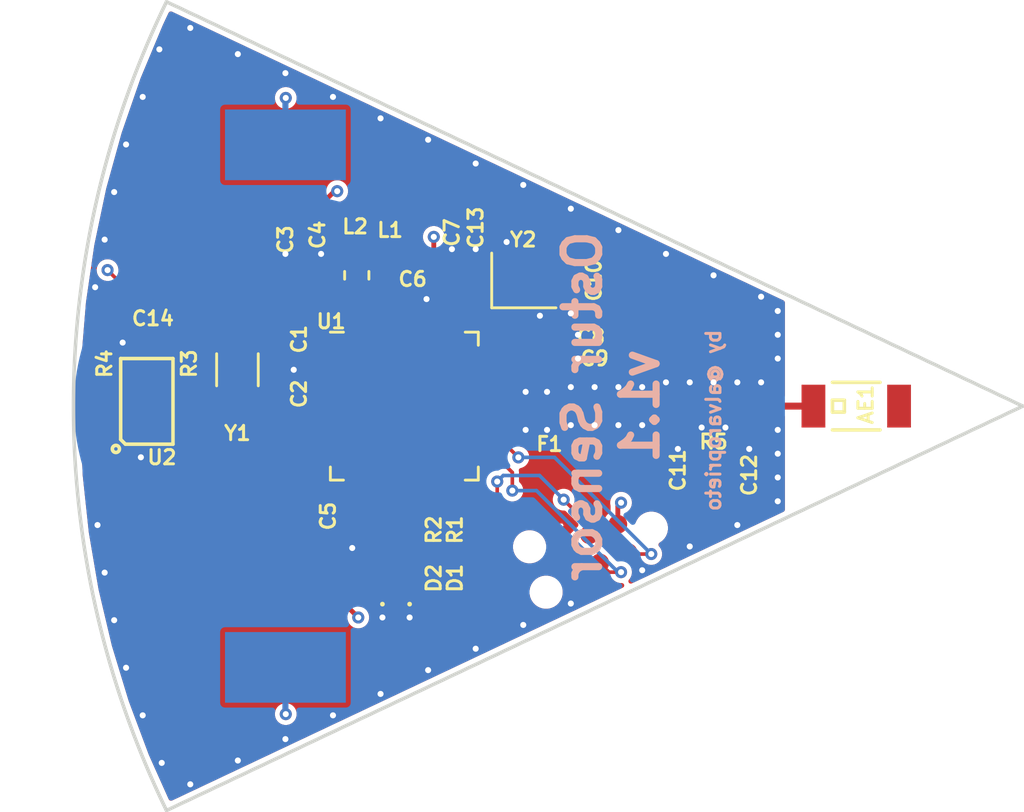
<source format=kicad_pcb>
(kicad_pcb (version 20171130) (host pcbnew 5.1.4-e60b266~84~ubuntu18.04.1)
  (title_block (title "Ostur Sensor") (date 2019-10-10) (rev 1.1) (company @alvaroprieto))
  (layers (0 F.Cu signal) (1 GND power) (2 PWR power) (31 B.Cu signal) (34 B.Paste user) (35 F.Paste user) (36 B.SilkS user) (37 F.SilkS user) (38 B.Mask user) (39 F.Mask user) (44 Edge.Cuts user))
  (net 0 "")
  (net 1 GND)
  (net 2 /nRST)
  (net 3 /SWDIO)
  (net 4 /SWCLK)
  (net 5 "Net-(F1-Pad1)")
  (net 6 "Net-(L1-Pad2)")
  (net 7 "Net-(L2-Pad2)")
  (net 8 "Net-(AE1-Pad1)")
  (net 9 +BATT)
  (net 10 "Net-(C1-Pad1)")
  (net 11 "Net-(C2-Pad1)")
  (net 12 "Net-(C3-Pad1)")
  (net 13 "Net-(C6-Pad1)")
  (net 14 "Net-(C8-Pad2)")
  (net 15 "Net-(C9-Pad2)")
  (net 16 "Net-(C10-Pad2)")
  (net 17 "Net-(C11-Pad2)")
  (net 18 "Net-(C13-Pad1)")
  (net 19 "Net-(D1-Pad2)")
  (net 20 "Net-(D2-Pad2)")
  (net 21 "Net-(J1-Pad6)")
  (net 22 /LED2)
  (net 23 /LED1)
  (net 24 /SCL)
  (net 25 /SDA)
  (net 26 "Net-(U1-Pad4)")
  (net 27 "Net-(U1-Pad5)")
  (net 28 "Net-(U1-Pad6)")
  (net 29 "Net-(U1-Pad7)")
  (net 30 "Net-(U1-Pad11)")
  (net 31 "Net-(U1-Pad12)")
  (net 32 "Net-(U1-Pad14)")
  (net 33 "Net-(U1-Pad17)")
  (net 34 "Net-(U1-Pad18)")
  (net 35 "Net-(U1-Pad19)")
  (net 36 "Net-(U1-Pad20)")
  (net 37 "Net-(U1-Pad21)")
  (net 38 "Net-(U1-Pad22)")
  (net 39 "Net-(U1-Pad23)")
  (net 40 "Net-(U1-Pad27)")
  (net 41 "Net-(U1-Pad28)")
  (net 42 "Net-(U1-Pad29)")
  (net 43 "Net-(U1-Pad37)")
  (net 44 "Net-(U1-Pad38)")
  (net 45 "Net-(U1-Pad39)")
  (net 46 "Net-(U1-Pad40)")
  (net 47 "Net-(U1-Pad41)")
  (net 48 "Net-(U1-Pad42)")
  (net 49 "Net-(U1-Pad43)")
  (net 50 "Net-(U1-Pad44)")
  (net 51 "Net-(U2-Pad3)")
  (net 52 "Net-(U1-Pad8)")
  (net 53 "Net-(U2-Pad6)")
  (module alvarop:SHT3x (layer F.Cu) (at 114.173 94.8 90)
    (fp_text reference U2 (at -2.355 0.635 180) (layer F.SilkS) (effects (font (size 0.6 0.6) (thickness 0.125))))
    (fp_text value SHT3x-DIS)
    (fp_line (start -1.6 -1.1) (end -1.8 -0.9) (layer F.SilkS) (width 0.15))
    (fp_circle (center -2 -1.3) (end -2 -1.45) (layer F.SilkS) (width 0.15))
    (fp_line (start -1.8 -0.9) (end -1.8 1.1) (layer F.SilkS) (width 0.15))
    (fp_line (start -1.8 1.1) (end 1.8 1.1) (layer F.SilkS) (width 0.15))
    (fp_line (start 1.8 1.1) (end 1.8 -1.1) (layer F.SilkS) (width 0.15))
    (fp_line (start 1.8 -1.1) (end -1.6 -1.1) (layer F.SilkS) (width 0.15))
    (pad 1 smd rect (at -1.175 -0.75 90) (size 0.55 0.25) (layers F.Cu F.Mask) (net 25 /SDA))
    (pad 2 smd rect (at -1.175 -0.25 90) (size 0.55 0.25) (layers F.Cu F.Mask) (net 1 GND))
    (pad 3 smd rect (at -1.175 0.25 90) (size 0.55 0.25) (layers F.Cu F.Mask) (net 51 "Net-(U2-Pad3)"))
    (pad 4 smd rect (at -1.175 0.75 90) (size 0.55 0.25) (layers F.Cu F.Mask) (net 24 /SCL))
    (pad 5 smd rect (at 1.175 0.75 90) (size 0.55 0.25) (layers F.Cu F.Mask) (net 9 +BATT))
    (pad 6 smd rect (at 1.175 0.25 90) (size 0.55 0.25) (layers F.Cu F.Mask) (net 53 "Net-(U2-Pad6)"))
    (pad 7 smd rect (at 1.175 -0.25 90) (size 0.55 0.25) (layers F.Cu F.Mask) (net 1 GND))
    (pad 8 smd rect (at 1.175 -0.75 90) (size 0.55 0.25) (layers F.Cu F.Mask) (net 1 GND))
    (pad "" smd rect (at 0 0 90) (size 1 1.7) (layers F.Cu F.Mask))
  )
  (module Crystal:Crystal_SMD_3215-2Pin_3.2x1.5mm (layer F.Cu) (at 117.983 93.472 90)
    (fp_text reference Y1 (at -2.667 0 180) (layer F.SilkS) (effects (font (size 0.6 0.6) (thickness 0.125))))
    (fp_text value 32.768kHz)
    (fp_line (start -0.675 0.875) (end 0.675 0.875) (layer F.SilkS) (width 0.12))
    (fp_line (start -0.675 -0.875) (end 0.675 -0.875) (layer F.SilkS) (width 0.12))
    (pad 1 smd rect (at 1.25 0 90) (size 1 1.8) (layers F.Cu F.Paste F.Mask) (net 10 "Net-(C1-Pad1)"))
    (pad 2 smd rect (at -1.25 0 90) (size 1 1.8) (layers F.Cu F.Paste F.Mask) (net 11 "Net-(C2-Pad1)"))
  )
  (module Capacitor_SMD:C_0402_1005Metric (layer F.Cu) (at 119.608975 94.434016 90)
    (fp_text reference C2 (at -0.052 0.966 90) (layer F.SilkS) (effects (font (size 0.6 0.6) (thickness 0.125))))
    (fp_text value 12pF)
    (pad 2 smd roundrect (at 0.485 0 90) (size 0.59 0.64) (layers F.Cu F.Paste F.Mask) (net 1 GND))
    (pad 1 smd roundrect (at -0.485 0 90) (size 0.59 0.64) (layers F.Cu F.Paste F.Mask) (net 11 "Net-(C2-Pad1)"))
  )
  (module Capacitor_SMD:C_0402_1005Metric (layer F.Cu) (at 119.608975 92.506017 270)
    (fp_text reference C1 (at -0.32 -0.966 90) (layer F.SilkS) (effects (font (size 0.6 0.6) (thickness 0.125))))
    (fp_text value 12pF)
    (pad 2 smd roundrect (at 0.485 0 270) (size 0.59 0.64) (layers F.Cu F.Paste F.Mask) (net 1 GND))
    (pad 1 smd roundrect (at -0.485 0 270) (size 0.59 0.64) (layers F.Cu F.Paste F.Mask) (net 10 "Net-(C1-Pad1)"))
  )
  (module alvarop:BK-912 (layer B.Cu) (at 120 95 90)
    (fp_text reference BT1 hide)
    (fp_text value Battery_Cell hide)
    (pad 2 smd circle (at 0 0 90) (size 17.78 17.78) (layers B.Cu B.Mask) (net 1 GND))
    (pad 1 smd rect (at 10.985 0 90) (size 2.97 5.08) (layers B.Cu B.Paste B.Mask) (net 9 +BATT))
    (pad 1 smd rect (at -10.985 0 90) (size 2.97 5.08) (layers B.Cu B.Paste B.Mask) (net 9 +BATT))
  )
  (module Capacitor_SMD:C_0402_1005Metric (layer F.Cu) (at 131 92 180)
    (fp_text reference C8 (at -1.846341 -0.089313) (layer F.SilkS) (effects (font (size 0.6 0.6) (thickness 0.125))))
    (fp_text value 100pF)
    (pad 2 smd roundrect (at 0.485 0 180) (size 0.59 0.64) (layers F.Cu F.Paste F.Mask) (net 14 "Net-(C8-Pad2)"))
    (pad 1 smd roundrect (at -0.485 0 180) (size 0.59 0.64) (layers F.Cu F.Paste F.Mask) (net 1 GND))
  )
  (module Capacitor_SMD:C_0402_1005Metric (layer F.Cu) (at 131 93 180)
    (fp_text reference C9 (at -2 0) (layer F.SilkS) (effects (font (size 0.6 0.6) (thickness 0.125))))
    (fp_text value DNP)
    (pad 1 smd roundrect (at -0.485 0 180) (size 0.59 0.64) (layers F.Cu F.Paste F.Mask) (net 1 GND))
    (pad 2 smd roundrect (at 0.485 0 180) (size 0.59 0.64) (layers F.Cu F.Paste F.Mask) (net 15 "Net-(C9-Pad2)"))
  )
  (module Capacitor_SMD:C_0402_1005Metric (layer F.Cu) (at 124.8 90.5)
    (fp_text reference C6 (at 0.549 -0.838 180) (layer F.SilkS) (effects (font (size 0.6 0.6) (thickness 0.125))))
    (fp_text value 1uF)
    (pad 1 smd roundrect (at -0.485 0) (size 0.59 0.64) (layers F.Cu F.Paste F.Mask) (net 13 "Net-(C6-Pad1)"))
    (pad 2 smd roundrect (at 0.485 0) (size 0.59 0.64) (layers F.Cu F.Paste F.Mask) (net 1 GND))
  )
  (module Inductor_SMD:L_0603_1608Metric (layer F.Cu) (at 123 89.5 270)
    (fp_text reference L2 (at -2.05061 0.070711) (layer F.SilkS) (effects (font (size 0.6 0.6) (thickness 0.125))))
    (fp_text value 10uH)
    (fp_line (start -0.162779 -0.51) (end 0.162779 -0.51) (layer F.SilkS) (width 0.12))
    (fp_line (start -0.162779 0.51) (end 0.162779 0.51) (layer F.SilkS) (width 0.12))
    (pad 1 smd roundrect (at -0.7875 0 270) (size 0.875 0.95) (layers F.Cu F.Paste F.Mask) (net 6 "Net-(L1-Pad2)"))
    (pad 2 smd roundrect (at 0.7875 0 270) (size 0.875 0.95) (layers F.Cu F.Paste F.Mask) (net 7 "Net-(L2-Pad2)"))
  )
  (module Capacitor_SMD:C_0402_1005Metric (layer F.Cu) (at 121.450955 90 90)
    (fp_text reference C4 (at 2.2 -0.1 90) (layer F.SilkS) (effects (font (size 0.6 0.6) (thickness 0.125))))
    (fp_text value 4.7uF)
    (pad 1 smd roundrect (at -0.485 0 90) (size 0.59 0.64) (layers F.Cu F.Paste F.Mask) (net 9 +BATT))
    (pad 2 smd roundrect (at 0.485 0 90) (size 0.59 0.64) (layers F.Cu F.Paste F.Mask) (net 1 GND))
  )
  (module Inductor_SMD:L_0402_1005Metric (layer F.Cu) (at 124.3 89 90)
    (fp_text reference L1 (at 1.4 0.1) (layer F.SilkS) (effects (font (size 0.6 0.6) (thickness 0.125))))
    (fp_text value 15nH)
    (pad 1 smd roundrect (at -0.485 0 90) (size 0.59 0.64) (layers F.Cu F.Paste F.Mask) (net 13 "Net-(C6-Pad1)"))
    (pad 2 smd roundrect (at 0.485 0 90) (size 0.59 0.64) (layers F.Cu F.Paste F.Mask) (net 6 "Net-(L1-Pad2)"))
  )
  (module Capacitor_SMD:C_0402_1005Metric (layer F.Cu) (at 127.991069 89.715836 90)
    (fp_text reference C13 (at 2.215836 0.008931 90) (layer F.SilkS) (effects (font (size 0.6 0.6) (thickness 0.125))))
    (fp_text value 12pF)
    (pad 2 smd roundrect (at 0.485 0 90) (size 0.59 0.64) (layers F.Cu F.Paste F.Mask) (net 1 GND))
    (pad 1 smd roundrect (at -0.485 0 90) (size 0.59 0.64) (layers F.Cu F.Paste F.Mask) (net 18 "Net-(C13-Pad1)"))
  )
  (module Crystal:Crystal_SMD_2016-4Pin_2.0x1.6mm (layer F.Cu) (at 130.023069 89.715836)
    (fp_text reference Y2 (at -0.023069 -1.715836) (layer F.SilkS) (effects (font (size 0.6 0.6) (thickness 0.125))))
    (fp_text value 32MHz)
    (fp_line (start -1.35 -1.15) (end -1.35 1.15) (layer F.SilkS) (width 0.12))
    (fp_line (start -1.35 1.15) (end 1.35 1.15) (layer F.SilkS) (width 0.12))
    (pad 1 smd rect (at -0.7 0.55) (size 0.9 0.8) (layers F.Cu F.Paste F.Mask) (net 18 "Net-(C13-Pad1)"))
    (pad 2 smd rect (at 0.7 0.55) (size 0.9 0.8) (layers F.Cu F.Paste F.Mask) (net 1 GND))
    (pad 3 smd rect (at 0.7 -0.55) (size 0.9 0.8) (layers F.Cu F.Paste F.Mask) (net 16 "Net-(C10-Pad2)"))
    (pad 4 smd rect (at -0.7 -0.55) (size 0.9 0.8) (layers F.Cu F.Paste F.Mask) (net 1 GND))
  )
  (module Capacitor_SMD:C_0402_1005Metric (layer F.Cu) (at 132.01626 89.715836 90)
    (fp_text reference C10 (at 0.000675 0.95274 90) (layer F.SilkS) (effects (font (size 0.6 0.6) (thickness 0.125))))
    (fp_text value 12pF)
    (pad 1 smd roundrect (at -0.485 0 90) (size 0.59 0.64) (layers F.Cu F.Paste F.Mask) (net 1 GND))
    (pad 2 smd roundrect (at 0.485 0 90) (size 0.59 0.64) (layers F.Cu F.Paste F.Mask) (net 16 "Net-(C10-Pad2)"))
  )
  (module Capacitor_SMD:C_0402_1005Metric (layer F.Cu) (at 122.809 99.695 270)
    (fp_text reference C5 (at -0.070711 1.016 90) (layer F.SilkS) (effects (font (size 0.6 0.6) (thickness 0.125))))
    (fp_text value 0.1uF)
    (pad 2 smd roundrect (at 0.485 0 270) (size 0.59 0.64) (layers F.Cu F.Paste F.Mask) (net 1 GND))
    (pad 1 smd roundrect (at -0.485 0 270) (size 0.59 0.64) (layers F.Cu F.Paste F.Mask) (net 9 +BATT))
  )
  (module alvarop:2450FM07A0029T (layer F.Cu) (at 130.1 95.2)
    (fp_text reference F1 (at 1 1.4) (layer F.SilkS) (effects (font (size 0.6 0.6) (thickness 0.125))))
    (fp_text value 2450FM07A0029T)
    (pad 3 smd rect (at 0.6125 0) (size 0.6 0.6) (layers F.Cu F.Paste F.Mask) (net 17 "Net-(C11-Pad2)"))
    (pad 1 smd rect (at -0.6125 0) (size 0.6 0.6) (layers F.Cu F.Paste F.Mask) (net 5 "Net-(F1-Pad1)"))
    (pad 2 smd rect (at 0 0.3625) (size 0.3 0.725) (layers F.Cu F.Paste F.Mask) (net 1 GND))
    (pad 4 smd rect (at 0 -0.3625) (size 0.3 0.725) (layers F.Cu F.Paste F.Mask) (net 1 GND))
  )
  (module Capacitor_SMD:C_0402_1005Metric (layer F.Cu) (at 126.96249 89.715162 90)
    (fp_text reference C7 (at 2.015162 0.03751 90) (layer F.SilkS) (effects (font (size 0.6 0.6) (thickness 0.125))))
    (fp_text value 0.1uF)
    (pad 2 smd roundrect (at 0.485 0 90) (size 0.59 0.64) (layers F.Cu F.Paste F.Mask) (net 1 GND))
    (pad 1 smd roundrect (at -0.485 0 90) (size 0.59 0.64) (layers F.Cu F.Paste F.Mask) (net 9 +BATT))
  )
  (module Capacitor_SMD:C_0402_1005Metric (layer F.Cu) (at 120 90 90)
    (fp_text reference C3 (at 2 0 90) (layer F.SilkS) (effects (font (size 0.6 0.6) (thickness 0.125))))
    (fp_text value 0.1uF)
    (pad 2 smd roundrect (at 0.485 0 90) (size 0.59 0.64) (layers F.Cu F.Paste F.Mask) (net 1 GND))
    (pad 1 smd roundrect (at -0.485 0 90) (size 0.59 0.64) (layers F.Cu F.Paste F.Mask) (net 12 "Net-(C3-Pad1)"))
  )
  (module alvarop:TC2030-NL (layer F.Cu) (at 133 101 200)
    (fp_text reference J1 hide)
    (fp_text value TC2030-CTX hide)
    (pad 1 smd circle (at -1.27 0.635 200) (size 0.7874 0.7874) (layers F.Cu F.Mask) (net 9 +BATT))
    (pad 2 smd circle (at -1.27 -0.635 200) (size 0.7874 0.7874) (layers F.Cu F.Mask) (net 3 /SWDIO))
    (pad 3 smd circle (at 0 0.635 200) (size 0.7874 0.7874) (layers F.Cu F.Mask) (net 2 /nRST))
    (pad 4 smd circle (at 0 -0.635 200) (size 0.7874 0.7874) (layers F.Cu F.Mask) (net 4 /SWCLK))
    (pad 5 smd circle (at 1.27 0.635 200) (size 0.7874 0.7874) (layers F.Cu F.Mask) (net 1 GND))
    (pad 6 smd circle (at 1.27 -0.635 200) (size 0.7874 0.7874) (layers F.Cu F.Mask) (net 21 "Net-(J1-Pad6)"))
    (pad "" np_thru_hole circle (at 2.54 1.016 200) (size 0.9906 0.9906) (drill 0.9906) (layers *.Cu *.Mask))
    (pad "" np_thru_hole circle (at 2.54 -1.016 200) (size 0.9906 0.9906) (drill 0.9906) (layers *.Cu *.Mask))
    (pad "" np_thru_hole circle (at -2.54 0 200) (size 0.9906 0.9906) (drill 0.9906) (layers *.Cu *.Mask))
  )
  (module alvarop:AMCA31-2R450G-S1F-T3 (layer F.Cu) (at 144 95 90)
    (fp_text reference AE1 (at 0.0675 0.399 90) (layer F.SilkS) (effects (font (size 0.6 0.6) (thickness 0.125))))
    (fp_text value Antenna)
    (fp_line (start 1 -1) (end 1 1) (layer F.SilkS) (width 0.15))
    (fp_line (start -1 -1) (end -1 1) (layer F.SilkS) (width 0.15))
    (fp_line (start 0.25 -1) (end -0.25 -1) (layer F.SilkS) (width 0.15))
    (fp_line (start 0.25 -0.5) (end 0.25 -1) (layer F.SilkS) (width 0.15))
    (fp_line (start -0.25 -0.5) (end 0.25 -0.5) (layer F.SilkS) (width 0.15))
    (fp_line (start -0.25 -1) (end -0.25 -0.5) (layer F.SilkS) (width 0.15))
    (pad 1 smd rect (at 0 -1.8 90) (size 1.8 1) (layers F.Cu F.Paste F.Mask) (net 8 "Net-(AE1-Pad1)"))
    (pad "" smd rect (at 0 1.8 90) (size 1.8 1) (layers F.Cu F.Paste F.Mask))
  )
  (module Capacitor_SMD:C_0402_1005Metric (layer F.Cu) (at 136.5 95.485 90)
    (fp_text reference C11 (at -2.215 0 90) (layer F.SilkS) (effects (font (size 0.6 0.6) (thickness 0.125))))
    (fp_text value DNP)
    (pad 1 smd roundrect (at -0.485 0 90) (size 0.59 0.64) (layers F.Cu F.Paste F.Mask) (net 1 GND))
    (pad 2 smd roundrect (at 0.485 0 90) (size 0.59 0.64) (layers F.Cu F.Paste F.Mask) (net 17 "Net-(C11-Pad2)"))
  )
  (module Capacitor_SMD:C_0402_1005Metric (layer F.Cu) (at 139.5 95.485 90)
    (fp_text reference C12 (at -2.415 0 90) (layer F.SilkS) (effects (font (size 0.6 0.6) (thickness 0.125))))
    (fp_text value DNP)
    (pad 2 smd roundrect (at 0.485 0 90) (size 0.59 0.64) (layers F.Cu F.Paste F.Mask) (net 8 "Net-(AE1-Pad1)"))
    (pad 1 smd roundrect (at -0.485 0 90) (size 0.59 0.64) (layers F.Cu F.Paste F.Mask) (net 1 GND))
  )
  (module LED_SMD:LED_0402_1005Metric (layer F.Cu) (at 125.222 102.235 90)
    (fp_text reference D1 (at 0 1.905 90) (layer F.SilkS) (effects (font (size 0.6 0.6) (thickness 0.125))))
    (fp_text value LED_ALT)
    (fp_circle (center -1.09 0) (end -1.04 0) (layer F.SilkS) (width 0.1))
    (pad 2 smd roundrect (at 0.485 0 90) (size 0.59 0.64) (layers F.Cu F.Paste F.Mask) (net 19 "Net-(D1-Pad2)"))
    (pad 1 smd roundrect (at -0.485 0 90) (size 0.59 0.64) (layers F.Cu F.Paste F.Mask) (net 1 GND))
  )
  (module LED_SMD:LED_0402_1005Metric (layer F.Cu) (at 124.079 102.235 90)
    (fp_text reference D2 (at 0 2.159 90) (layer F.SilkS) (effects (font (size 0.6 0.6) (thickness 0.125))))
    (fp_text value LED_ALT)
    (fp_circle (center -1.09 0) (end -1.04 0) (layer F.SilkS) (width 0.1))
    (pad 1 smd roundrect (at -0.485 0 90) (size 0.59 0.64) (layers F.Cu F.Paste F.Mask) (net 1 GND))
    (pad 2 smd roundrect (at 0.485 0 90) (size 0.59 0.64) (layers F.Cu F.Paste F.Mask) (net 20 "Net-(D2-Pad2)"))
  )
  (module Resistor_SMD:R_0402_1005Metric (layer F.Cu) (at 125.222 100.203 90)
    (fp_text reference R1 (at 0 1.905 90) (layer F.SilkS) (effects (font (size 0.6 0.6) (thickness 0.125))))
    (fp_text value 10k)
    (pad 2 smd roundrect (at 0.485 0 90) (size 0.59 0.64) (layers F.Cu F.Paste F.Mask) (net 22 /LED2))
    (pad 1 smd roundrect (at -0.485 0 90) (size 0.59 0.64) (layers F.Cu F.Paste F.Mask) (net 19 "Net-(D1-Pad2)"))
  )
  (module Resistor_SMD:R_0402_1005Metric (layer F.Cu) (at 124.079 100.203 90)
    (fp_text reference R2 (at 0 2.159 90) (layer F.SilkS) (effects (font (size 0.6 0.6) (thickness 0.125))))
    (fp_text value 10k)
    (pad 1 smd roundrect (at -0.485 0 90) (size 0.59 0.64) (layers F.Cu F.Paste F.Mask) (net 20 "Net-(D2-Pad2)"))
    (pad 2 smd roundrect (at 0.485 0 90) (size 0.59 0.64) (layers F.Cu F.Paste F.Mask) (net 23 /LED1))
  )
  (module Resistor_SMD:R_0402_1005Metric (layer F.Cu) (at 138 95 180)
    (fp_text reference R5 (at 0 -1.5) (layer F.SilkS) (effects (font (size 0.6 0.6) (thickness 0.125))))
    (fp_text value 0)
    (pad 1 smd roundrect (at -0.485 0 180) (size 0.59 0.64) (layers F.Cu F.Paste F.Mask) (net 8 "Net-(AE1-Pad1)"))
    (pad 2 smd roundrect (at 0.485 0 180) (size 0.59 0.64) (layers F.Cu F.Paste F.Mask) (net 17 "Net-(C11-Pad2)"))
  )
  (module Capacitor_SMD:C_0402_1005Metric (layer F.Cu) (at 114.427 92.329 180)
    (fp_text reference C14 (at 0 1.016) (layer F.SilkS) (effects (font (size 0.6 0.6) (thickness 0.125))))
    (fp_text value 0.1uF)
    (pad 1 smd roundrect (at -0.485 0 180) (size 0.59 0.64) (layers F.Cu F.Paste F.Mask) (net 9 +BATT))
    (pad 2 smd roundrect (at 0.485 0 180) (size 0.59 0.64) (layers F.Cu F.Paste F.Mask) (net 1 GND))
  )
  (module Resistor_SMD:R_0402_1005Metric (layer F.Cu) (at 115.951 94.742 90)
    (fp_text reference R3 (at 1.524 0 90) (layer F.SilkS) (effects (font (size 0.6 0.6) (thickness 0.125))))
    (fp_text value 10k)
    (pad 1 smd roundrect (at -0.485 0 90) (size 0.59 0.64) (layers F.Cu F.Paste F.Mask) (net 24 /SCL))
    (pad 2 smd roundrect (at 0.485 0 90) (size 0.59 0.64) (layers F.Cu F.Paste F.Mask) (net 9 +BATT))
  )
  (module Resistor_SMD:R_0402_1005Metric (layer F.Cu) (at 112.395 94.742 90)
    (fp_text reference R4 (at 1.524 0 90) (layer F.SilkS) (effects (font (size 0.6 0.6) (thickness 0.125))))
    (fp_text value 10k)
    (pad 2 smd roundrect (at 0.485 0 90) (size 0.59 0.64) (layers F.Cu F.Paste F.Mask) (net 9 +BATT))
    (pad 1 smd roundrect (at -0.485 0 90) (size 0.59 0.64) (layers F.Cu F.Paste F.Mask) (net 25 /SDA))
  )
  (module alvarop:NRF52811-QFN48 (layer F.Cu) (at 125 95)
    (fp_text reference U1 (at -3.08 -3.56) (layer F.SilkS) (effects (font (size 0.6 0.6) (thickness 0.125))))
    (fp_text value NRF52811-QFAA)
    (fp_line (start 2.56 -3.11) (end 3.11 -3.11) (layer F.SilkS) (width 0.12))
    (fp_line (start 3.11 -3.11) (end 3.11 -2.56) (layer F.SilkS) (width 0.12))
    (fp_line (start -2.56 3.11) (end -3.11 3.11) (layer F.SilkS) (width 0.12))
    (fp_line (start -3.11 3.11) (end -3.11 2.56) (layer F.SilkS) (width 0.12))
    (fp_line (start 2.56 3.11) (end 3.11 3.11) (layer F.SilkS) (width 0.12))
    (fp_line (start 3.11 3.11) (end 3.11 2.56) (layer F.SilkS) (width 0.12))
    (fp_line (start -2.56 -3.11) (end -3.11 -3.11) (layer F.SilkS) (width 0.12))
    (pad 49 smd roundrect (at 0 0) (size 4.6 4.6) (layers F.Cu F.Mask) (roundrect_rratio 0.054348) (net 1 GND))
    (pad 1 smd roundrect (at -2.95 -2.2) (size 0.8 0.19) (layers F.Cu F.Paste F.Mask) (net 12 "Net-(C3-Pad1)"))
    (pad 2 smd roundrect (at -2.95 -1.8) (size 0.8 0.19) (layers F.Cu F.Paste F.Mask) (net 10 "Net-(C1-Pad1)"))
    (pad 3 smd roundrect (at -2.95 -1.4) (size 0.8 0.19) (layers F.Cu F.Paste F.Mask) (net 11 "Net-(C2-Pad1)"))
    (pad 4 smd roundrect (at -2.95 -1) (size 0.8 0.19) (layers F.Cu F.Paste F.Mask) (net 26 "Net-(U1-Pad4)"))
    (pad 5 smd roundrect (at -2.95 -0.6) (size 0.8 0.19) (layers F.Cu F.Paste F.Mask) (net 27 "Net-(U1-Pad5)"))
    (pad 6 smd roundrect (at -2.95 -0.2) (size 0.8 0.19) (layers F.Cu F.Paste F.Mask) (net 28 "Net-(U1-Pad6)"))
    (pad 7 smd roundrect (at -2.95 0.2) (size 0.8 0.19) (layers F.Cu F.Paste F.Mask) (net 29 "Net-(U1-Pad7)"))
    (pad 8 smd roundrect (at -2.95 0.6) (size 0.8 0.19) (layers F.Cu F.Paste F.Mask) (net 52 "Net-(U1-Pad8)"))
    (pad 9 smd roundrect (at -2.95 1) (size 0.8 0.19) (layers F.Cu F.Paste F.Mask) (net 24 /SCL))
    (pad 10 smd roundrect (at -2.95 1.4) (size 0.8 0.19) (layers F.Cu F.Paste F.Mask) (net 25 /SDA))
    (pad 11 smd roundrect (at -2.95 1.8) (size 0.8 0.19) (layers F.Cu F.Paste F.Mask) (net 30 "Net-(U1-Pad11)"))
    (pad 12 smd roundrect (at -2.95 2.2) (size 0.8 0.19) (layers F.Cu F.Paste F.Mask) (net 31 "Net-(U1-Pad12)"))
    (pad 13 smd roundrect (at -2.2 2.95) (size 0.19 0.8) (layers F.Cu F.Paste F.Mask) (net 9 +BATT))
    (pad 14 smd roundrect (at -1.8 2.95) (size 0.19 0.8) (layers F.Cu F.Paste F.Mask) (net 32 "Net-(U1-Pad14)"))
    (pad 15 smd roundrect (at -1.4 2.95) (size 0.19 0.8) (layers F.Cu F.Paste F.Mask) (net 23 /LED1))
    (pad 16 smd roundrect (at -1 2.95) (size 0.19 0.8) (layers F.Cu F.Paste F.Mask) (net 22 /LED2))
    (pad 17 smd roundrect (at -0.6 2.95) (size 0.19 0.8) (layers F.Cu F.Paste F.Mask) (net 33 "Net-(U1-Pad17)"))
    (pad 18 smd roundrect (at -0.2 2.95) (size 0.19 0.8) (layers F.Cu F.Paste F.Mask) (net 34 "Net-(U1-Pad18)"))
    (pad 19 smd roundrect (at 0.2 2.95) (size 0.19 0.8) (layers F.Cu F.Paste F.Mask) (net 35 "Net-(U1-Pad19)"))
    (pad 20 smd roundrect (at 0.6 2.95) (size 0.19 0.8) (layers F.Cu F.Paste F.Mask) (net 36 "Net-(U1-Pad20)"))
    (pad 21 smd roundrect (at 1 2.95) (size 0.19 0.8) (layers F.Cu F.Paste F.Mask) (net 37 "Net-(U1-Pad21)"))
    (pad 22 smd roundrect (at 1.4 2.95) (size 0.19 0.8) (layers F.Cu F.Paste F.Mask) (net 38 "Net-(U1-Pad22)"))
    (pad 23 smd roundrect (at 1.8 2.95) (size 0.19 0.8) (layers F.Cu F.Paste F.Mask) (net 39 "Net-(U1-Pad23)"))
    (pad 24 smd roundrect (at 2.2 2.95) (size 0.19 0.8) (layers F.Cu F.Paste F.Mask) (net 2 /nRST))
    (pad 25 smd roundrect (at 2.95 2.2) (size 0.8 0.19) (layers F.Cu F.Paste F.Mask) (net 4 /SWCLK))
    (pad 26 smd roundrect (at 2.95 1.8) (size 0.8 0.19) (layers F.Cu F.Paste F.Mask) (net 3 /SWDIO))
    (pad 27 smd roundrect (at 2.95 1.4) (size 0.8 0.19) (layers F.Cu F.Paste F.Mask) (net 40 "Net-(U1-Pad27)"))
    (pad 28 smd roundrect (at 2.95 1) (size 0.8 0.19) (layers F.Cu F.Paste F.Mask) (net 41 "Net-(U1-Pad28)"))
    (pad 29 smd roundrect (at 2.95 0.6) (size 0.8 0.19) (layers F.Cu F.Paste F.Mask) (net 42 "Net-(U1-Pad29)"))
    (pad 30 smd roundrect (at 2.95 0.2) (size 0.8 0.19) (layers F.Cu F.Paste F.Mask) (net 5 "Net-(F1-Pad1)"))
    (pad 31 smd roundrect (at 2.95 -0.2) (size 0.8 0.19) (layers F.Cu F.Paste F.Mask) (net 1 GND))
    (pad 32 smd roundrect (at 2.95 -0.6) (size 0.8 0.19) (layers F.Cu F.Paste F.Mask) (net 15 "Net-(C9-Pad2)"))
    (pad 33 smd roundrect (at 2.95 -1) (size 0.8 0.19) (layers F.Cu F.Paste F.Mask) (net 14 "Net-(C8-Pad2)"))
    (pad 34 smd roundrect (at 2.95 -1.4) (size 0.8 0.19) (layers F.Cu F.Paste F.Mask) (net 16 "Net-(C10-Pad2)"))
    (pad 35 smd roundrect (at 2.95 -1.8) (size 0.8 0.19) (layers F.Cu F.Paste F.Mask) (net 18 "Net-(C13-Pad1)"))
    (pad 36 smd roundrect (at 2.95 -2.2) (size 0.8 0.19) (layers F.Cu F.Paste F.Mask) (net 9 +BATT))
    (pad 37 smd roundrect (at 2.2 -2.95) (size 0.19 0.8) (layers F.Cu F.Paste F.Mask) (net 43 "Net-(U1-Pad37)"))
    (pad 38 smd roundrect (at 1.8 -2.95) (size 0.19 0.8) (layers F.Cu F.Paste F.Mask) (net 44 "Net-(U1-Pad38)"))
    (pad 39 smd roundrect (at 1.4 -2.95) (size 0.19 0.8) (layers F.Cu F.Paste F.Mask) (net 45 "Net-(U1-Pad39)"))
    (pad 40 smd roundrect (at 1 -2.95) (size 0.19 0.8) (layers F.Cu F.Paste F.Mask) (net 46 "Net-(U1-Pad40)"))
    (pad 41 smd roundrect (at 0.6 -2.95) (size 0.19 0.8) (layers F.Cu F.Paste F.Mask) (net 47 "Net-(U1-Pad41)"))
    (pad 42 smd roundrect (at 0.2 -2.95) (size 0.19 0.8) (layers F.Cu F.Paste F.Mask) (net 48 "Net-(U1-Pad42)"))
    (pad 43 smd roundrect (at -0.2 -2.95) (size 0.19 0.8) (layers F.Cu F.Paste F.Mask) (net 49 "Net-(U1-Pad43)"))
    (pad 44 smd roundrect (at -0.6 -2.95) (size 0.19 0.8) (layers F.Cu F.Paste F.Mask) (net 50 "Net-(U1-Pad44)"))
    (pad 45 smd roundrect (at -1 -2.95) (size 0.19 0.8) (layers F.Cu F.Paste F.Mask) (net 1 GND))
    (pad 46 smd roundrect (at -1.4 -2.95) (size 0.19 0.8) (layers F.Cu F.Paste F.Mask) (net 13 "Net-(C6-Pad1)"))
    (pad 47 smd roundrect (at -1.8 -2.95) (size 0.19 0.8) (layers F.Cu F.Paste F.Mask) (net 7 "Net-(L2-Pad2)"))
    (pad 48 smd roundrect (at -2.2 -2.95) (size 0.19 0.8) (layers F.Cu F.Paste F.Mask) (net 9 +BATT))
  )
  (gr_text "by @alvaroprieto" (at 138 95.6 90) (layer B.SilkS) (effects (font (size 0.6 0.6) (thickness 0.125)) (justify mirror)))
  (gr_text "Ostur Sensor\nv1.1" (at 133.7 95 90) (layer B.SilkS) (effects (font (size 1.5 1.5) (thickness 0.3)) (justify mirror)))
  (gr_line (start 151 95) (end 115 78) (layer Edge.Cuts) (width 0.15))
  (gr_line (start 115.000001 112) (end 151 95) (layer Edge.Cuts) (width 0.15))
  (gr_arc (start 150 95) (end 115.000001 78.000001) (angle -51.813016) (layer Edge.Cuts) (width 0.15))
  (via (at 120.34965 93.472214) (size 0.508) (drill 0.254) (layers F.Cu B.Cu) (net 1))
  (segment (start 124 92.05) (end 124 91.502908) (width 0.2032) (layer F.Cu) (net 1))
  (segment (start 124 91.502908) (end 124.302908 91.2) (width 0.2032) (layer F.Cu) (net 1))
  (segment (start 124.302908 91.2) (end 125 91.2) (width 0.2032) (layer F.Cu) (net 1))
  (segment (start 125.285 90.915) (end 125.285 90.5) (width 0.2032) (layer F.Cu) (net 1))
  (segment (start 125 91.2) (end 125.285 90.915) (width 0.2032) (layer F.Cu) (net 1))
  (via (at 127 88.4) (size 0.508) (drill 0.254) (layers F.Cu B.Cu) (net 1))
  (segment (start 126.96249 89.230162) (end 126.96249 88.43751) (width 0.1524) (layer F.Cu) (net 1))
  (segment (start 126.96249 88.43751) (end 127 88.4) (width 0.1524) (layer F.Cu) (net 1))
  (via (at 128 88.4) (size 0.508) (drill 0.254) (layers F.Cu B.Cu) (net 1))
  (segment (start 127.991069 89.230836) (end 127.991069 88.408931) (width 0.1524) (layer F.Cu) (net 1))
  (segment (start 127.991069 88.408931) (end 128 88.4) (width 0.1524) (layer F.Cu) (net 1))
  (segment (start 129.323069 89.165836) (end 129.323069 88.123069) (width 0.1524) (layer F.Cu) (net 1))
  (via (at 129.3 88.1) (size 0.508) (drill 0.254) (layers F.Cu B.Cu) (net 1))
  (segment (start 129.323069 88.123069) (end 129.3 88.1) (width 0.1524) (layer F.Cu) (net 1))
  (via (at 132 91.1) (size 0.508) (drill 0.254) (layers F.Cu B.Cu) (net 1))
  (segment (start 132.01626 90.200836) (end 132.01626 91.08374) (width 0.1524) (layer F.Cu) (net 1))
  (segment (start 132.01626 91.08374) (end 132 91.1) (width 0.1524) (layer F.Cu) (net 1))
  (via (at 132.3 92) (size 0.508) (drill 0.254) (layers F.Cu B.Cu) (net 1))
  (segment (start 131.485 92) (end 132.3 92) (width 0.1524) (layer F.Cu) (net 1))
  (via (at 132.3 93) (size 0.508) (drill 0.254) (layers F.Cu B.Cu) (net 1))
  (segment (start 131.485 93) (end 132.3 93) (width 0.1524) (layer F.Cu) (net 1))
  (via (at 136.5 96.8) (size 0.508) (drill 0.254) (layers F.Cu B.Cu) (net 1))
  (segment (start 136.5 95.97) (end 136.5 96.8) (width 0.1524) (layer F.Cu) (net 1))
  (via (at 139.5 96.8) (size 0.508) (drill 0.254) (layers F.Cu B.Cu) (net 1))
  (segment (start 139.5 95.97) (end 139.5 96.8) (width 0.1524) (layer F.Cu) (net 1))
  (via (at 120 88.6) (size 0.508) (drill 0.254) (layers F.Cu B.Cu) (net 1))
  (segment (start 120 89.515) (end 120 88.6) (width 0.1524) (layer F.Cu) (net 1))
  (via (at 121.5 88.6) (size 0.508) (drill 0.254) (layers F.Cu B.Cu) (net 1))
  (segment (start 121.450955 89.515) (end 121.450955 88.649045) (width 0.1524) (layer F.Cu) (net 1))
  (segment (start 121.450955 88.649045) (end 121.5 88.6) (width 0.1524) (layer F.Cu) (net 1))
  (via (at 130.1 94.4) (size 0.508) (drill 0.254) (layers F.Cu B.Cu) (net 1))
  (via (at 130.1 96) (size 0.508) (drill 0.254) (layers F.Cu B.Cu) (net 1))
  (via (at 131 94.4) (size 0.508) (drill 0.254) (layers F.Cu B.Cu) (net 1))
  (via (at 132 94.2) (size 0.508) (drill 0.254) (layers F.Cu B.Cu) (net 1))
  (via (at 133 94.2) (size 0.508) (drill 0.254) (layers F.Cu B.Cu) (net 1))
  (via (at 134 94.2) (size 0.508) (drill 0.254) (layers F.Cu B.Cu) (net 1))
  (via (at 135 94.2) (size 0.508) (drill 0.254) (layers F.Cu B.Cu) (net 1))
  (via (at 136 94) (size 0.508) (drill 0.254) (layers F.Cu B.Cu) (net 1))
  (via (at 137 94) (size 0.508) (drill 0.254) (layers F.Cu B.Cu) (net 1))
  (via (at 138 94) (size 0.508) (drill 0.254) (layers F.Cu B.Cu) (net 1))
  (via (at 139 94) (size 0.508) (drill 0.254) (layers F.Cu B.Cu) (net 1))
  (via (at 140 94) (size 0.508) (drill 0.254) (layers F.Cu B.Cu) (net 1))
  (via (at 140.7 93) (size 0.508) (drill 0.254) (layers F.Cu B.Cu) (net 1))
  (via (at 140.7 92) (size 0.508) (drill 0.254) (layers F.Cu B.Cu) (net 1))
  (via (at 140.7 91) (size 0.508) (drill 0.254) (layers F.Cu B.Cu) (net 1))
  (via (at 140.7 96) (size 0.508) (drill 0.254) (layers F.Cu B.Cu) (net 1))
  (via (at 140.7 97) (size 0.508) (drill 0.254) (layers F.Cu B.Cu) (net 1))
  (via (at 140.7 98) (size 0.508) (drill 0.254) (layers F.Cu B.Cu) (net 1))
  (via (at 140.7 99) (size 0.508) (drill 0.254) (layers F.Cu B.Cu) (net 1))
  (via (at 139 100) (size 0.508) (drill 0.254) (layers F.Cu B.Cu) (net 1))
  (via (at 137 100.9) (size 0.508) (drill 0.254) (layers F.Cu B.Cu) (net 1))
  (via (at 135 101.9) (size 0.508) (drill 0.254) (layers F.Cu B.Cu) (net 1))
  (via (at 132 103.3) (size 0.508) (drill 0.254) (layers F.Cu B.Cu) (net 1))
  (via (at 130 104.2) (size 0.508) (drill 0.254) (layers F.Cu B.Cu) (net 1))
  (via (at 131 96) (size 0.508) (drill 0.254) (layers F.Cu B.Cu) (net 1))
  (via (at 132 95.8) (size 0.508) (drill 0.254) (layers F.Cu B.Cu) (net 1))
  (via (at 133 95.8) (size 0.508) (drill 0.254) (layers F.Cu B.Cu) (net 1))
  (via (at 134 95.8) (size 0.508) (drill 0.254) (layers F.Cu B.Cu) (net 1))
  (via (at 135 95.8) (size 0.508) (drill 0.254) (layers F.Cu B.Cu) (net 1))
  (via (at 137.5 95.9) (size 0.508) (drill 0.254) (layers F.Cu B.Cu) (net 1))
  (via (at 138.5 95.9) (size 0.508) (drill 0.254) (layers F.Cu B.Cu) (net 1))
  (via (at 140 90.4) (size 0.508) (drill 0.254) (layers F.Cu B.Cu) (net 1))
  (via (at 138 89.5) (size 0.508) (drill 0.254) (layers F.Cu B.Cu) (net 1))
  (via (at 136 88.6) (size 0.508) (drill 0.254) (layers F.Cu B.Cu) (net 1))
  (via (at 134 87.6) (size 0.508) (drill 0.254) (layers F.Cu B.Cu) (net 1))
  (segment (start 127.95 94.8) (end 128.317487 94.8) (width 0.1524) (layer F.Cu) (net 1))
  (segment (start 128.317487 94.8) (end 128.412677 94.70481) (width 0.1524) (layer F.Cu) (net 1))
  (segment (start 128.412677 94.70481) (end 129.066589 94.70481) (width 0.1524) (layer F.Cu) (net 1))
  (segment (start 129.371399 94.4) (end 130.1 94.4) (width 0.1524) (layer F.Cu) (net 1))
  (segment (start 129.066589 94.70481) (end 129.371399 94.4) (width 0.1524) (layer F.Cu) (net 1))
  (via (at 130.7 91.2) (size 0.508) (drill 0.254) (layers F.Cu B.Cu) (net 1))
  (segment (start 130.723069 90.265836) (end 130.723069 91.176931) (width 0.1524) (layer F.Cu) (net 1))
  (segment (start 130.723069 91.176931) (end 130.7 91.2) (width 0.1524) (layer F.Cu) (net 1))
  (via (at 132 86.7) (size 0.508) (drill 0.254) (layers F.Cu B.Cu) (net 1))
  (via (at 130 85.7) (size 0.508) (drill 0.254) (layers F.Cu B.Cu) (net 1))
  (via (at 128 84.8) (size 0.508) (drill 0.254) (layers F.Cu B.Cu) (net 1))
  (via (at 126 83.8) (size 0.508) (drill 0.254) (layers F.Cu B.Cu) (net 1))
  (via (at 124 82.9) (size 0.508) (drill 0.254) (layers F.Cu B.Cu) (net 1))
  (via (at 122 82) (size 0.508) (drill 0.254) (layers F.Cu B.Cu) (net 1))
  (via (at 120 81) (size 0.508) (drill 0.254) (layers F.Cu B.Cu) (net 1))
  (via (at 118 80.2) (size 0.508) (drill 0.254) (layers F.Cu B.Cu) (net 1))
  (via (at 116 79.1) (size 0.508) (drill 0.254) (layers F.Cu B.Cu) (net 1))
  (via (at 114.7 80) (size 0.508) (drill 0.254) (layers F.Cu B.Cu) (net 1))
  (via (at 114 82) (size 0.508) (drill 0.254) (layers F.Cu B.Cu) (net 1))
  (via (at 113.3 84) (size 0.508) (drill 0.254) (layers F.Cu B.Cu) (net 1))
  (via (at 112.8 86) (size 0.508) (drill 0.254) (layers F.Cu B.Cu) (net 1))
  (via (at 112.4 88) (size 0.508) (drill 0.254) (layers F.Cu B.Cu) (net 1))
  (via (at 112 90) (size 0.508) (drill 0.254) (layers F.Cu B.Cu) (net 1))
  (via (at 112.1 100) (size 0.508) (drill 0.254) (layers F.Cu B.Cu) (net 1))
  (via (at 112.4 102) (size 0.508) (drill 0.254) (layers F.Cu B.Cu) (net 1))
  (via (at 112.8 104) (size 0.508) (drill 0.254) (layers F.Cu B.Cu) (net 1))
  (via (at 113.3 106) (size 0.508) (drill 0.254) (layers F.Cu B.Cu) (net 1))
  (via (at 114 108) (size 0.508) (drill 0.254) (layers F.Cu B.Cu) (net 1))
  (via (at 114.8 110) (size 0.508) (drill 0.254) (layers F.Cu B.Cu) (net 1))
  (via (at 116 110.9) (size 0.508) (drill 0.254) (layers F.Cu B.Cu) (net 1))
  (via (at 118 109.9) (size 0.508) (drill 0.254) (layers F.Cu B.Cu) (net 1))
  (via (at 120 109) (size 0.508) (drill 0.254) (layers F.Cu B.Cu) (net 1))
  (via (at 122 108) (size 0.508) (drill 0.254) (layers F.Cu B.Cu) (net 1))
  (via (at 124 107.1) (size 0.508) (drill 0.254) (layers F.Cu B.Cu) (net 1))
  (via (at 126 106.1) (size 0.508) (drill 0.254) (layers F.Cu B.Cu) (net 1))
  (via (at 128 105.2) (size 0.508) (drill 0.254) (layers F.Cu B.Cu) (net 1))
  (segment (start 125.2 94.8) (end 125 95) (width 0.2032) (layer F.Cu) (net 1))
  (segment (start 127.95 94.8) (end 125.2 94.8) (width 0.2032) (layer F.Cu) (net 1))
  (segment (start 124 94) (end 125 95) (width 0.2032) (layer F.Cu) (net 1))
  (segment (start 124 92.05) (end 124 94) (width 0.2032) (layer F.Cu) (net 1))
  (segment (start 122.809 100.18) (end 122.809 100.965) (width 0.2032) (layer F.Cu) (net 1))
  (via (at 122.809 100.965) (size 0.508) (drill 0.254) (layers F.Cu B.Cu) (net 1))
  (via (at 124.079 103.886) (size 0.508) (drill 0.254) (layers F.Cu B.Cu) (net 1))
  (segment (start 124.079 102.72) (end 124.079 103.886) (width 0.1524) (layer F.Cu) (net 1))
  (via (at 125.222 103.886) (size 0.508) (drill 0.254) (layers F.Cu B.Cu) (net 1))
  (segment (start 125.222 102.72) (end 125.222 103.886) (width 0.1524) (layer F.Cu) (net 1))
  (segment (start 113.923 96.4024) (end 113.919 96.4064) (width 0.1524) (layer F.Cu) (net 1))
  (segment (start 113.923 95.975) (end 113.923 96.4024) (width 0.1524) (layer F.Cu) (net 1))
  (segment (start 113.923 96.4024) (end 113.923 97.151) (width 0.1524) (layer F.Cu) (net 1))
  (via (at 113.923 97.151) (size 0.508) (drill 0.254) (layers F.Cu B.Cu) (net 1))
  (segment (start 113.923 93.625) (end 113.423 93.625) (width 0.1524) (layer F.Cu) (net 1))
  (segment (start 113.923 92.348) (end 113.942 92.329) (width 0.1524) (layer F.Cu) (net 1))
  (segment (start 113.923 93.625) (end 113.923 92.348) (width 0.1524) (layer F.Cu) (net 1))
  (segment (start 113.942 92.329) (end 113.547 92.329) (width 0.1524) (layer F.Cu) (net 1))
  (segment (start 113.547 92.329) (end 113.157 92.329) (width 0.1524) (layer F.Cu) (net 1))
  (via (at 113.157 92.329) (size 0.508) (drill 0.254) (layers F.Cu B.Cu) (net 1))
  (segment (start 125.285 90.5) (end 125.933 90.5) (width 0.2032) (layer F.Cu) (net 1))
  (via (at 125.933 90.5) (size 0.508) (drill 0.254) (layers F.Cu B.Cu) (net 1))
  (segment (start 119.633786 93.472214) (end 120.34965 93.472214) (width 0.2032) (layer F.Cu) (net 1))
  (segment (start 119.608975 93.497025) (end 119.608975 93.949016) (width 0.2032) (layer F.Cu) (net 1))
  (segment (start 119.608975 93.497025) (end 119.633786 93.472214) (width 0.2032) (layer F.Cu) (net 1))
  (segment (start 119.608975 92.991017) (end 119.608975 93.497025) (width 0.2032) (layer F.Cu) (net 1))
  (segment (start 127.2 97.95) (end 127.2 98.752) (width 0.1524) (layer F.Cu) (net 2))
  (segment (start 127.2 98.752) (end 127.381 98.933) (width 0.1524) (layer F.Cu) (net 2))
  (segment (start 127.381 98.933) (end 128.651 98.933) (width 0.1524) (layer F.Cu) (net 2))
  (segment (start 128.651 98.933) (end 128.905 98.679) (width 0.1524) (layer F.Cu) (net 2))
  (via (at 128.905 98.171) (size 0.508) (drill 0.254) (layers F.Cu B.Cu) (net 2))
  (segment (start 128.905 98.679) (end 128.905 98.171) (width 0.1524) (layer F.Cu) (net 2))
  (segment (start 129.158999 97.917001) (end 130.683001 97.917001) (width 0.1524) (layer B.Cu) (net 2))
  (segment (start 128.905 98.171) (end 129.158999 97.917001) (width 0.1524) (layer B.Cu) (net 2))
  (via (at 131.699 98.933) (size 0.508) (drill 0.254) (layers F.Cu B.Cu) (net 2))
  (segment (start 130.683001 97.917001) (end 131.699 98.933) (width 0.1524) (layer B.Cu) (net 2))
  (segment (start 132.782817 100.016817) (end 132.782817 100.403295) (width 0.1524) (layer F.Cu) (net 2))
  (segment (start 131.699 98.933) (end 132.782817 100.016817) (width 0.1524) (layer F.Cu) (net 2))
  (segment (start 127.95 96.8) (end 129.439 96.8) (width 0.1524) (layer F.Cu) (net 3))
  (segment (start 129.439 96.8) (end 129.794 97.155) (width 0.1524) (layer F.Cu) (net 3))
  (via (at 129.794 97.155) (size 0.508) (drill 0.254) (layers F.Cu B.Cu) (net 3))
  (via (at 135.382 101.219) (size 0.508) (drill 0.254) (layers F.Cu B.Cu) (net 3))
  (segment (start 131.318 97.155) (end 135.382 101.219) (width 0.1524) (layer B.Cu) (net 3))
  (segment (start 129.794 97.155) (end 131.318 97.155) (width 0.1524) (layer B.Cu) (net 3))
  (segment (start 134.467253 101.219) (end 134.410592 101.162339) (width 0.1524) (layer F.Cu) (net 3))
  (segment (start 135.382 101.219) (end 134.467253 101.219) (width 0.1524) (layer F.Cu) (net 3))
  (segment (start 127.95 97.2) (end 128.95 97.2) (width 0.1524) (layer F.Cu) (net 4))
  (segment (start 128.95 97.2) (end 129.54 97.79) (width 0.1524) (layer F.Cu) (net 4))
  (via (at 129.54 98.552) (size 0.508) (drill 0.254) (layers F.Cu B.Cu) (net 4))
  (segment (start 129.54 97.79) (end 129.54 98.552) (width 0.1524) (layer F.Cu) (net 4))
  (segment (start 129.54 98.552) (end 130.556 98.552) (width 0.1524) (layer B.Cu) (net 4))
  (via (at 134.112 101.981) (size 0.508) (drill 0.254) (layers F.Cu B.Cu) (net 4))
  (segment (start 130.556 98.552) (end 133.985 101.981) (width 0.1524) (layer B.Cu) (net 4))
  (segment (start 133.985 101.981) (end 134.112 101.981) (width 0.1524) (layer B.Cu) (net 4))
  (segment (start 133.601478 101.981) (end 133.217183 101.596705) (width 0.1524) (layer F.Cu) (net 4))
  (segment (start 134.112 101.981) (end 133.601478 101.981) (width 0.1524) (layer F.Cu) (net 4))
  (segment (start 128.115973 95.200695) (end 127.95 95.200695) (width 0.29337) (layer F.Cu) (net 5))
  (segment (start 129.4875 95.2) (end 128.116668 95.2) (width 0.29337) (layer F.Cu) (net 5))
  (segment (start 128.116668 95.2) (end 128.115973 95.200695) (width 0.29337) (layer F.Cu) (net 5))
  (segment (start 123 88.7125) (end 123.4875 88.7125) (width 0.2032) (layer F.Cu) (net 6))
  (segment (start 123.685 88.515) (end 124.3 88.515) (width 0.2032) (layer F.Cu) (net 6))
  (segment (start 123.4875 88.7125) (end 123.685 88.515) (width 0.2032) (layer F.Cu) (net 6))
  (segment (start 123.2 92.05) (end 123.2 91) (width 0.2032) (layer F.Cu) (net 7))
  (segment (start 123 90.8) (end 123 90.2875) (width 0.2032) (layer F.Cu) (net 7))
  (segment (start 123.2 91) (end 123 90.8) (width 0.2032) (layer F.Cu) (net 7))
  (segment (start 138.485 95) (end 139.5 95) (width 0.29337) (layer F.Cu) (net 8))
  (segment (start 139.5 95) (end 142.2 95) (width 0.29337) (layer F.Cu) (net 8))
  (segment (start 127.95 92.8) (end 128.588368 92.8) (width 0.2032) (layer F.Cu) (net 9))
  (segment (start 128.588368 92.8) (end 128.778 92.610368) (width 0.2032) (layer F.Cu) (net 9))
  (segment (start 128.778 92.610368) (end 128.778 91.821) (width 0.2032) (layer F.Cu) (net 9))
  (segment (start 128.778 91.821) (end 128.143 91.186) (width 0.2032) (layer F.Cu) (net 9))
  (segment (start 128.143 91.186) (end 127.127 91.186) (width 0.2032) (layer F.Cu) (net 9))
  (segment (start 126.96249 91.02149) (end 126.96249 90.200162) (width 0.2032) (layer F.Cu) (net 9))
  (segment (start 127.127 91.186) (end 126.96249 91.02149) (width 0.2032) (layer F.Cu) (net 9))
  (via (at 134.112 99.06) (size 0.508) (drill 0.254) (layers F.Cu B.Cu) (net 9))
  (segment (start 133.976227 99.96893) (end 133.976227 99.195773) (width 0.2032) (layer F.Cu) (net 9))
  (segment (start 133.976227 99.195773) (end 134.112 99.06) (width 0.2032) (layer F.Cu) (net 9))
  (via (at 120.015 107.95) (size 0.508) (drill 0.254) (layers F.Cu B.Cu) (net 9))
  (segment (start 120 105.985) (end 120 107.935) (width 0.254) (layer B.Cu) (net 9))
  (segment (start 120 107.935) (end 120.015 107.95) (width 0.254) (layer B.Cu) (net 9))
  (via (at 120.015 82.042) (size 0.508) (drill 0.254) (layers F.Cu B.Cu) (net 9))
  (segment (start 120 84.015) (end 120 82.057) (width 0.254) (layer B.Cu) (net 9))
  (segment (start 120 82.057) (end 120.015 82.042) (width 0.254) (layer B.Cu) (net 9))
  (segment (start 122.8 91.55) (end 122.69 91.44) (width 0.2032) (layer F.Cu) (net 9))
  (segment (start 122.8 92.05) (end 122.8 91.55) (width 0.2032) (layer F.Cu) (net 9))
  (segment (start 122.010955 91.44) (end 122.047 91.44) (width 0.2032) (layer F.Cu) (net 9))
  (segment (start 121.450955 90.88) (end 122.010955 91.44) (width 0.2032) (layer F.Cu) (net 9))
  (segment (start 121.450955 90.485) (end 121.450955 90.88) (width 0.2032) (layer F.Cu) (net 9))
  (segment (start 122.69 91.44) (end 122.047 91.44) (width 0.2032) (layer F.Cu) (net 9))
  (segment (start 121.450955 90.485) (end 120.965 90.485) (width 0.2032) (layer F.Cu) (net 9))
  (segment (start 120.965 90.485) (end 120.777 90.297) (width 0.2032) (layer F.Cu) (net 9))
  (segment (start 120.777 90.297) (end 120.777 87.249) (width 0.2032) (layer F.Cu) (net 9))
  (via (at 122.178015 85.962338) (size 0.508) (drill 0.254) (layers F.Cu B.Cu) (net 9))
  (segment (start 120.777 87.249) (end 122.063662 85.962338) (width 0.2032) (layer F.Cu) (net 9))
  (segment (start 122.063662 85.962338) (end 122.178015 85.962338) (width 0.2032) (layer F.Cu) (net 9))
  (segment (start 126.96249 90.200162) (end 126.522162 90.200162) (width 0.2032) (layer F.Cu) (net 9))
  (via (at 126.238 87.884) (size 0.508) (drill 0.254) (layers F.Cu B.Cu) (net 9))
  (segment (start 126.522162 90.200162) (end 126.238 89.916) (width 0.2032) (layer F.Cu) (net 9))
  (segment (start 126.238 89.916) (end 126.238 87.884) (width 0.2032) (layer F.Cu) (net 9))
  (segment (start 122.809 97.959) (end 122.8 97.95) (width 0.2032) (layer F.Cu) (net 9))
  (segment (start 122.809 99.21) (end 122.809 97.959) (width 0.2032) (layer F.Cu) (net 9))
  (segment (start 112.395 92.37675) (end 113.45875 91.313) (width 0.1524) (layer F.Cu) (net 9))
  (segment (start 112.395 94.257) (end 112.395 92.37675) (width 0.1524) (layer F.Cu) (net 9))
  (segment (start 113.45875 91.313) (end 114.554 91.313) (width 0.1524) (layer F.Cu) (net 9))
  (segment (start 114.912 91.671) (end 114.554 91.313) (width 0.1524) (layer F.Cu) (net 9))
  (segment (start 114.912 92.329) (end 114.912 91.671) (width 0.1524) (layer F.Cu) (net 9))
  (segment (start 114.923 92.34) (end 114.912 92.329) (width 0.1524) (layer F.Cu) (net 9))
  (segment (start 115.951 94.257) (end 115.951 93.726) (width 0.1524) (layer F.Cu) (net 9))
  (segment (start 114.947 92.722) (end 114.923 92.722) (width 0.1524) (layer F.Cu) (net 9))
  (segment (start 115.951 93.726) (end 114.947 92.722) (width 0.1524) (layer F.Cu) (net 9))
  (segment (start 114.923 93.625) (end 114.923 92.722) (width 0.1524) (layer F.Cu) (net 9))
  (segment (start 114.923 92.722) (end 114.923 92.34) (width 0.1524) (layer F.Cu) (net 9))
  (via (at 112.522 89.281) (size 0.508) (drill 0.254) (layers F.Cu B.Cu) (net 9))
  (segment (start 114.554 91.313) (end 112.522 89.281) (width 0.1524) (layer F.Cu) (net 9))
  (segment (start 122.389 99.21) (end 122.047 99.552) (width 0.2032) (layer F.Cu) (net 9))
  (segment (start 122.809 99.21) (end 122.389 99.21) (width 0.2032) (layer F.Cu) (net 9))
  (segment (start 122.047 99.552) (end 122.047 102.87) (width 0.2032) (layer F.Cu) (net 9))
  (via (at 123.063 103.886) (size 0.508) (drill 0.254) (layers F.Cu B.Cu) (net 9))
  (segment (start 122.047 102.87) (end 123.063 103.886) (width 0.2032) (layer F.Cu) (net 9))
  (segment (start 122.05 93.2) (end 121.5 93.2) (width 0.2032) (layer F.Cu) (net 10))
  (segment (start 120.321017 92.021017) (end 119.608975 92.021017) (width 0.2032) (layer F.Cu) (net 10))
  (segment (start 121.5 93.2) (end 120.321017 92.021017) (width 0.2032) (layer F.Cu) (net 10))
  (segment (start 119.188975 92.021017) (end 119.007992 92.202) (width 0.2032) (layer F.Cu) (net 10))
  (segment (start 119.608975 92.021017) (end 119.188975 92.021017) (width 0.2032) (layer F.Cu) (net 10))
  (segment (start 118.003 92.202) (end 117.983 92.222) (width 0.2032) (layer F.Cu) (net 10))
  (segment (start 119.007992 92.202) (end 118.003 92.202) (width 0.2032) (layer F.Cu) (net 10))
  (segment (start 119.525974 94.836017) (end 119.608975 94.919018) (width 0.1524) (layer F.Cu) (net 11))
  (segment (start 122.05 93.6) (end 121.3 93.6) (width 0.2032) (layer F.Cu) (net 11))
  (segment (start 119.980984 94.919016) (end 119.608975 94.919016) (width 0.2032) (layer F.Cu) (net 11))
  (segment (start 121.3 93.6) (end 119.980984 94.919016) (width 0.2032) (layer F.Cu) (net 11))
  (segment (start 119.188975 94.919016) (end 119.011959 94.742) (width 0.2032) (layer F.Cu) (net 11))
  (segment (start 119.608975 94.919016) (end 119.188975 94.919016) (width 0.2032) (layer F.Cu) (net 11))
  (segment (start 118.003 94.742) (end 117.983 94.722) (width 0.2032) (layer F.Cu) (net 11))
  (segment (start 119.011959 94.742) (end 118.003 94.742) (width 0.2032) (layer F.Cu) (net 11))
  (segment (start 122.05 92.8) (end 121.7 92.8) (width 0.2032) (layer F.Cu) (net 12))
  (segment (start 120 91.1) (end 120 90.485) (width 0.2032) (layer F.Cu) (net 12))
  (segment (start 121.7 92.8) (end 120 91.1) (width 0.2032) (layer F.Cu) (net 12))
  (segment (start 124.3 90.485) (end 124.315 90.5) (width 0.2032) (layer F.Cu) (net 13))
  (segment (start 124.3 89.485) (end 124.3 90.485) (width 0.2032) (layer F.Cu) (net 13))
  (segment (start 123.6 92.05) (end 123.6 91.4) (width 0.2032) (layer F.Cu) (net 13))
  (segment (start 124.315 90.685) (end 124.315 90.5) (width 0.2032) (layer F.Cu) (net 13))
  (segment (start 123.6 91.4) (end 124.315 90.685) (width 0.2032) (layer F.Cu) (net 13))
  (segment (start 130.1 92) (end 130.515 92) (width 0.1524) (layer F.Cu) (net 14))
  (segment (start 129.83021 92.26979) (end 130.1 92) (width 0.1524) (layer F.Cu) (net 14))
  (segment (start 129.83021 93.030961) (end 129.83021 92.26979) (width 0.1524) (layer F.Cu) (net 14))
  (segment (start 127.95 94) (end 128.861171 94) (width 0.1524) (layer F.Cu) (net 14))
  (segment (start 128.861171 94) (end 129.83021 93.030961) (width 0.1524) (layer F.Cu) (net 14))
  (segment (start 127.95 94.4) (end 128.892237 94.4) (width 0.1524) (layer F.Cu) (net 15))
  (segment (start 128.892237 94.4) (end 129.792237 93.5) (width 0.1524) (layer F.Cu) (net 15))
  (segment (start 129.792237 93.5) (end 129.8 93.5) (width 0.1524) (layer F.Cu) (net 15))
  (segment (start 130.3 93) (end 130.515 93) (width 0.1524) (layer F.Cu) (net 15))
  (segment (start 129.8 93.5) (end 130.3 93) (width 0.1524) (layer F.Cu) (net 15))
  (segment (start 128.794184 93.6) (end 129.5 92.894184) (width 0.2032) (layer F.Cu) (net 16))
  (segment (start 127.95 93.6) (end 128.794184 93.6) (width 0.2032) (layer F.Cu) (net 16))
  (segment (start 129.5 92.894184) (end 129.5 91.5) (width 0.2032) (layer F.Cu) (net 16))
  (segment (start 129.5 91.5) (end 130.019068 90.980932) (width 0.2032) (layer F.Cu) (net 16))
  (segment (start 130.019068 90.980932) (end 130.019068 89.280932) (width 0.1524) (layer F.Cu) (net 16))
  (segment (start 130.134164 89.165836) (end 130.723069 89.165836) (width 0.1524) (layer F.Cu) (net 16))
  (segment (start 130.019068 89.280932) (end 130.134164 89.165836) (width 0.1524) (layer F.Cu) (net 16))
  (segment (start 130.788069 89.230836) (end 130.723069 89.165836) (width 0.2032) (layer F.Cu) (net 16))
  (segment (start 132.01626 89.230836) (end 130.788069 89.230836) (width 0.2032) (layer F.Cu) (net 16))
  (segment (start 130.7125 95.2) (end 131.495 95.2) (width 0.29337) (layer F.Cu) (net 17))
  (segment (start 131.695 95) (end 136.5 95) (width 0.29337) (layer F.Cu) (net 17))
  (segment (start 131.495 95.2) (end 131.695 95) (width 0.29337) (layer F.Cu) (net 17))
  (segment (start 136.5 95) (end 137.515 95) (width 0.29337) (layer F.Cu) (net 17))
  (segment (start 129.14439 92.746886) (end 129.14439 90.444515) (width 0.2032) (layer F.Cu) (net 18))
  (segment (start 129.14439 90.444515) (end 129.323069 90.265836) (width 0.2032) (layer F.Cu) (net 18))
  (segment (start 127.95 93.2) (end 128.691276 93.2) (width 0.2032) (layer F.Cu) (net 18))
  (segment (start 128.691276 93.2) (end 129.14439 92.746886) (width 0.2032) (layer F.Cu) (net 18))
  (segment (start 128.056069 90.265836) (end 127.991069 90.200836) (width 0.2032) (layer F.Cu) (net 18))
  (segment (start 129.323069 90.265836) (end 128.056069 90.265836) (width 0.2032) (layer F.Cu) (net 18))
  (segment (start 125.222 100.688) (end 125.222 101.75) (width 0.1524) (layer F.Cu) (net 19))
  (segment (start 124.079 100.688) (end 124.079 101.75) (width 0.1524) (layer F.Cu) (net 20))
  (segment (start 124 97.95) (end 124 98.6) (width 0.1524) (layer F.Cu) (net 22))
  (segment (start 124 98.6) (end 124.46 99.06) (width 0.1524) (layer F.Cu) (net 22))
  (segment (start 124.46 99.06) (end 124.968 99.06) (width 0.1524) (layer F.Cu) (net 22))
  (segment (start 125.222 99.314) (end 125.222 99.718) (width 0.1524) (layer F.Cu) (net 22))
  (segment (start 124.968 99.06) (end 125.222 99.314) (width 0.1524) (layer F.Cu) (net 22))
  (segment (start 123.6 97.95) (end 123.6 98.708) (width 0.1524) (layer F.Cu) (net 23))
  (segment (start 123.6 98.708) (end 124.079 99.187) (width 0.1524) (layer F.Cu) (net 23))
  (segment (start 124.079 99.187) (end 124.079 99.718) (width 0.1524) (layer F.Cu) (net 23))
  (segment (start 122.05 96) (end 116.066 96) (width 0.1524) (layer F.Cu) (net 24))
  (segment (start 115.951 95.885) (end 115.951 95.227) (width 0.1524) (layer F.Cu) (net 24))
  (segment (start 116.066 96) (end 115.951 95.885) (width 0.1524) (layer F.Cu) (net 24))
  (segment (start 116.066 96) (end 116.066 96.024) (width 0.1524) (layer F.Cu) (net 24))
  (segment (start 116.066 96.024) (end 115.316 96.774) (width 0.1524) (layer F.Cu) (net 24))
  (segment (start 115.316 96.774) (end 115.062 96.774) (width 0.1524) (layer F.Cu) (net 24))
  (segment (start 114.923 96.635) (end 114.923 95.975) (width 0.1524) (layer F.Cu) (net 24))
  (segment (start 115.062 96.774) (end 114.923 96.635) (width 0.1524) (layer F.Cu) (net 24))
  (segment (start 113.423 96.4024) (end 113.423 95.975) (width 0.1524) (layer F.Cu) (net 25))
  (segment (start 113.423 97.36525) (end 113.423 96.4024) (width 0.1524) (layer F.Cu) (net 25))
  (segment (start 113.691351 97.633601) (end 113.423 97.36525) (width 0.1524) (layer F.Cu) (net 25))
  (segment (start 114.887465 97.633601) (end 113.691351 97.633601) (width 0.1524) (layer F.Cu) (net 25))
  (segment (start 116.121066 96.4) (end 114.887465 97.633601) (width 0.1524) (layer F.Cu) (net 25))
  (segment (start 122.05 96.4) (end 116.121066 96.4) (width 0.1524) (layer F.Cu) (net 25))
  (segment (start 113.423 97.36525) (end 112.395 96.33725) (width 0.1524) (layer F.Cu) (net 25))
  (segment (start 112.395 96.33725) (end 112.395 95.227) (width 0.1524) (layer F.Cu) (net 25))
  (zone (net 1) (net_name GND) (layer F.Cu) (connect_pads (clearance 0.203)) (min_thickness 0.203) (fill yes (arc_segments 32) (thermal_gap 0.508) (thermal_bridge_width 0.508))
    (polygon (pts (xy 141 89) (xy 141 100) (xy 115 112) (xy 108 95) (xy 115 78)))
  )
  (zone (net 1) (net_name GND) (layer B.Cu) (connect_pads yes (clearance 0.2032)) (min_thickness 0.254) (fill yes (arc_segments 32) (thermal_gap 0.508) (thermal_bridge_width 0.508))
    (polygon (pts (xy 141 100) (xy 141 89) (xy 115 78) (xy 108 95) (xy 115 112)))
  )
)
</source>
